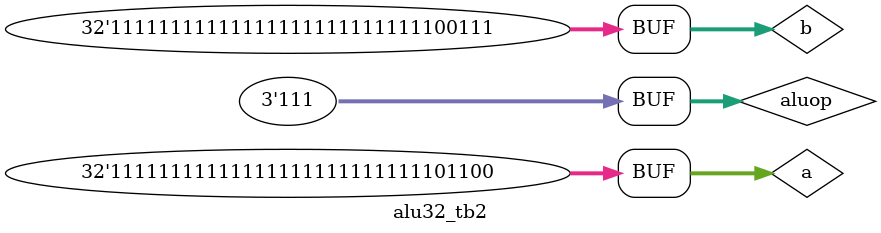
<source format=v>
`define DELAY 30
module alu32_tb2();

reg signed [31:0] a, b;
reg [2:0] aluop;
reg clk, rst;

wire signed [31:0] result;

alu32 alu(clk, rst, a, b, aluop, result);

initial begin

a = -20;
b = -25;

aluop[2] = 0;	aluop[1] = 0; aluop[0] = 0;	 
#`DELAY;

aluop[2] = 0;	aluop[1] = 0; aluop[0] = 1;	 
#`DELAY;

aluop[2] = 0;	aluop[1] = 1; aluop[0] = 1;	 
#`DELAY;

aluop[2] = 1;	aluop[1] = 0; aluop[0] = 0;	 
#`DELAY;

aluop[2] = 1;	aluop[1] = 0; aluop[0] = 1;	 
#`DELAY;

aluop[2] = 1;	aluop[1] = 1; aluop[0] = 0;	 
#`DELAY;

aluop[2] = 1;	aluop[1] = 1; aluop[0] = 1;	 
#`DELAY;

end

initial begin
$monitor("\ntime = %1d\nALUOP = %3b (decimal= %1d)\na = %32b (decimal= %1d)\nb = %32b (decimal= %1d) \nresult = %32b (decimal = %1d)",
 $time, aluop, aluop, a, a, b, b, result, result);
end
endmodule

</source>
